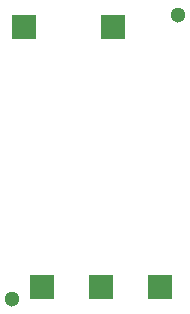
<source format=gbr>
%TF.GenerationSoftware,KiCad,Pcbnew,8.0.6*%
%TF.CreationDate,2024-11-22T12:10:13+00:00*%
%TF.ProjectId,AliceMini,416c6963-654d-4696-9e69-2e6b69636164,rev?*%
%TF.SameCoordinates,Original*%
%TF.FileFunction,Soldermask,Bot*%
%TF.FilePolarity,Negative*%
%FSLAX46Y46*%
G04 Gerber Fmt 4.6, Leading zero omitted, Abs format (unit mm)*
G04 Created by KiCad (PCBNEW 8.0.6) date 2024-11-22 12:10:13*
%MOMM*%
%LPD*%
G01*
G04 APERTURE LIST*
%ADD10R,2.000000X2.000000*%
%ADD11C,1.300000*%
G04 APERTURE END LIST*
D10*
%TO.C,H7*%
X8500000Y-24000000D03*
%TD*%
%TO.C,H5*%
X2000000Y-2000000D03*
%TD*%
D11*
%TO.C,REF\u002A\u002A*%
X15000000Y-1000000D03*
%TD*%
%TO.C,REF\u002A\u002A*%
X1000000Y-25000000D03*
%TD*%
D10*
%TO.C,H8*%
X3500000Y-24000000D03*
%TD*%
%TO.C,H6*%
X13500000Y-24000000D03*
%TD*%
%TO.C,H4*%
X9500000Y-2000000D03*
%TD*%
M02*

</source>
